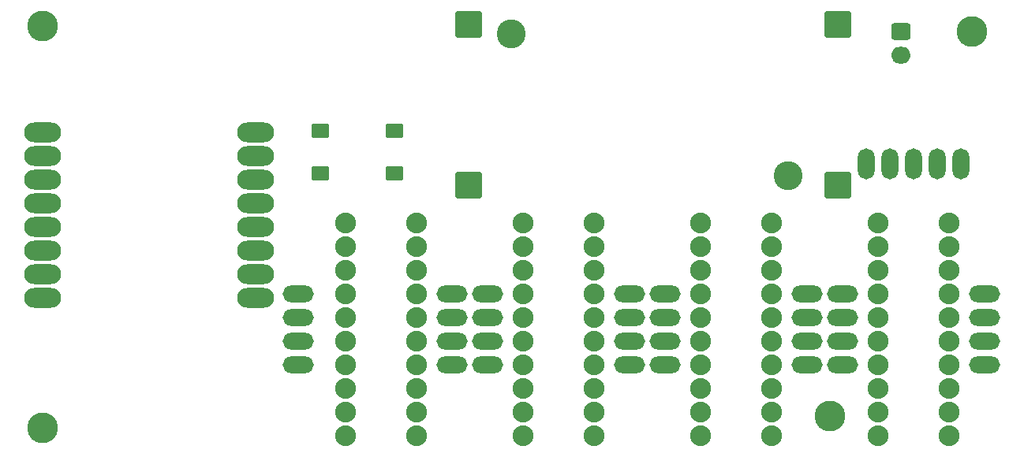
<source format=gts>
G04 #@! TF.GenerationSoftware,KiCad,Pcbnew,(6.0.4)*
G04 #@! TF.CreationDate,2022-03-19T22:36:38+01:00*
G04 #@! TF.ProjectId,FlyballDisplay,466c7962-616c-46c4-9469-73706c61792e,rev?*
G04 #@! TF.SameCoordinates,Original*
G04 #@! TF.FileFunction,Soldermask,Top*
G04 #@! TF.FilePolarity,Negative*
%FSLAX46Y46*%
G04 Gerber Fmt 4.6, Leading zero omitted, Abs format (unit mm)*
G04 Created by KiCad (PCBNEW (6.0.4)) date 2022-03-19 22:36:38*
%MOMM*%
%LPD*%
G01*
G04 APERTURE LIST*
G04 Aperture macros list*
%AMRoundRect*
0 Rectangle with rounded corners*
0 $1 Rounding radius*
0 $2 $3 $4 $5 $6 $7 $8 $9 X,Y pos of 4 corners*
0 Add a 4 corners polygon primitive as box body*
4,1,4,$2,$3,$4,$5,$6,$7,$8,$9,$2,$3,0*
0 Add four circle primitives for the rounded corners*
1,1,$1+$1,$2,$3*
1,1,$1+$1,$4,$5*
1,1,$1+$1,$6,$7*
1,1,$1+$1,$8,$9*
0 Add four rect primitives between the rounded corners*
20,1,$1+$1,$2,$3,$4,$5,0*
20,1,$1+$1,$4,$5,$6,$7,0*
20,1,$1+$1,$6,$7,$8,$9,0*
20,1,$1+$1,$8,$9,$2,$3,0*%
G04 Aperture macros list end*
%ADD10RoundRect,0.301000X-0.750000X0.600000X-0.750000X-0.600000X0.750000X-0.600000X0.750000X0.600000X0*%
%ADD11O,2.102000X1.802000*%
%ADD12O,3.962400X2.133600*%
%ADD13C,3.302000*%
%ADD14C,2.235200*%
%ADD15O,3.336800X1.820800*%
%ADD16C,3.102000*%
%ADD17RoundRect,0.152400X1.250000X1.250000X-1.250000X1.250000X-1.250000X-1.250000X1.250000X-1.250000X0*%
%ADD18O,1.820800X3.336800*%
%ADD19RoundRect,0.152400X0.775000X-0.650000X0.775000X0.650000X-0.775000X0.650000X-0.775000X-0.650000X0*%
G04 APERTURE END LIST*
D10*
X190500000Y-83820000D03*
D11*
X190500000Y-86320000D03*
D12*
X98425000Y-94615000D03*
X98425000Y-97155000D03*
X98425000Y-99695000D03*
X98425000Y-102235000D03*
X98425000Y-104775000D03*
X98425000Y-107315000D03*
X98425000Y-109855000D03*
X98425000Y-112395000D03*
X121285000Y-94615000D03*
X121285000Y-97155000D03*
X121285000Y-99695000D03*
X121285000Y-102235000D03*
X121285000Y-104775000D03*
X121285000Y-107315000D03*
X121285000Y-109855000D03*
X121285000Y-112395000D03*
D13*
X182880000Y-125095000D03*
X98425000Y-126365000D03*
X198120000Y-83820000D03*
X98425000Y-83185000D03*
D14*
X138506100Y-127223600D03*
X138506100Y-124683600D03*
X138506100Y-122143600D03*
X138506100Y-119603600D03*
X138506100Y-117063600D03*
X138506100Y-114523600D03*
X138506100Y-111983600D03*
X138506100Y-109443600D03*
X138506100Y-106903600D03*
X138506100Y-104363600D03*
X130886100Y-127223600D03*
X130886100Y-124683600D03*
X130886100Y-122143600D03*
X130886100Y-119603600D03*
X130886100Y-117063600D03*
X130886100Y-114523600D03*
X130886100Y-111983600D03*
X130886100Y-109443600D03*
X130886100Y-106903600D03*
X130886100Y-104363600D03*
X157556100Y-127223600D03*
X157556100Y-124683600D03*
X157556100Y-122143600D03*
X157556100Y-119603600D03*
X157556100Y-117063600D03*
X157556100Y-114523600D03*
X157556100Y-111983600D03*
X157556100Y-109443600D03*
X157556100Y-106903600D03*
X157556100Y-104363600D03*
X149936100Y-127223600D03*
X149936100Y-124683600D03*
X149936100Y-122143600D03*
X149936100Y-119603600D03*
X149936100Y-117063600D03*
X149936100Y-114523600D03*
X149936100Y-111983600D03*
X149936100Y-109443600D03*
X149936100Y-106903600D03*
X149936100Y-104363600D03*
D15*
X125806100Y-119603600D03*
X125806100Y-117063600D03*
X125806100Y-114523600D03*
X125806100Y-111983600D03*
X142316100Y-111983600D03*
X142316100Y-114523600D03*
X142316100Y-117063600D03*
X142316100Y-119603600D03*
X146126100Y-119603600D03*
X146126100Y-117063600D03*
X146126100Y-114523600D03*
X146126100Y-111983600D03*
X161366100Y-111983600D03*
X161366100Y-114523600D03*
X161366100Y-117063600D03*
X161366100Y-119603600D03*
D14*
X176606100Y-127223600D03*
X176606100Y-124683600D03*
X176606100Y-122143600D03*
X176606100Y-119603600D03*
X176606100Y-117063600D03*
X176606100Y-114523600D03*
X176606100Y-111983600D03*
X176606100Y-109443600D03*
X176606100Y-106903600D03*
X176606100Y-104363600D03*
X168986100Y-127223600D03*
X168986100Y-124683600D03*
X168986100Y-122143600D03*
X168986100Y-119603600D03*
X168986100Y-117063600D03*
X168986100Y-114523600D03*
X168986100Y-111983600D03*
X168986100Y-109443600D03*
X168986100Y-106903600D03*
X168986100Y-104363600D03*
D15*
X165176100Y-119603600D03*
X165176100Y-117063600D03*
X165176100Y-114523600D03*
X165176100Y-111983600D03*
X180416100Y-111983600D03*
X180416100Y-114523600D03*
X180416100Y-117063600D03*
X180416100Y-119603600D03*
D14*
X195656100Y-127223600D03*
X195656100Y-124683600D03*
X195656100Y-122143600D03*
X195656100Y-119603600D03*
X195656100Y-117063600D03*
X195656100Y-114523600D03*
X195656100Y-111983600D03*
X195656100Y-109443600D03*
X195656100Y-106903600D03*
X195656100Y-104363600D03*
X188036100Y-127223600D03*
X188036100Y-124683600D03*
X188036100Y-122143600D03*
X188036100Y-119603600D03*
X188036100Y-117063600D03*
X188036100Y-114523600D03*
X188036100Y-111983600D03*
X188036100Y-109443600D03*
X188036100Y-106903600D03*
X188036100Y-104363600D03*
D15*
X184226100Y-119603600D03*
X184226100Y-117063600D03*
X184226100Y-114523600D03*
X184226100Y-111983600D03*
X199466100Y-111983600D03*
X199466100Y-114523600D03*
X199466100Y-117063600D03*
X199466100Y-119603600D03*
D16*
X148666100Y-84043600D03*
X178384100Y-99283600D03*
D17*
X144094100Y-100299600D03*
X144094100Y-83027600D03*
X183718100Y-83027600D03*
X183718100Y-100299600D03*
D18*
X196926100Y-98013600D03*
X194386100Y-98013600D03*
X191846100Y-98013600D03*
X189306100Y-98013600D03*
X186766100Y-98013600D03*
D19*
X136131100Y-94493600D03*
X128181100Y-94493600D03*
X136131100Y-98993600D03*
X128181100Y-98993600D03*
M02*

</source>
